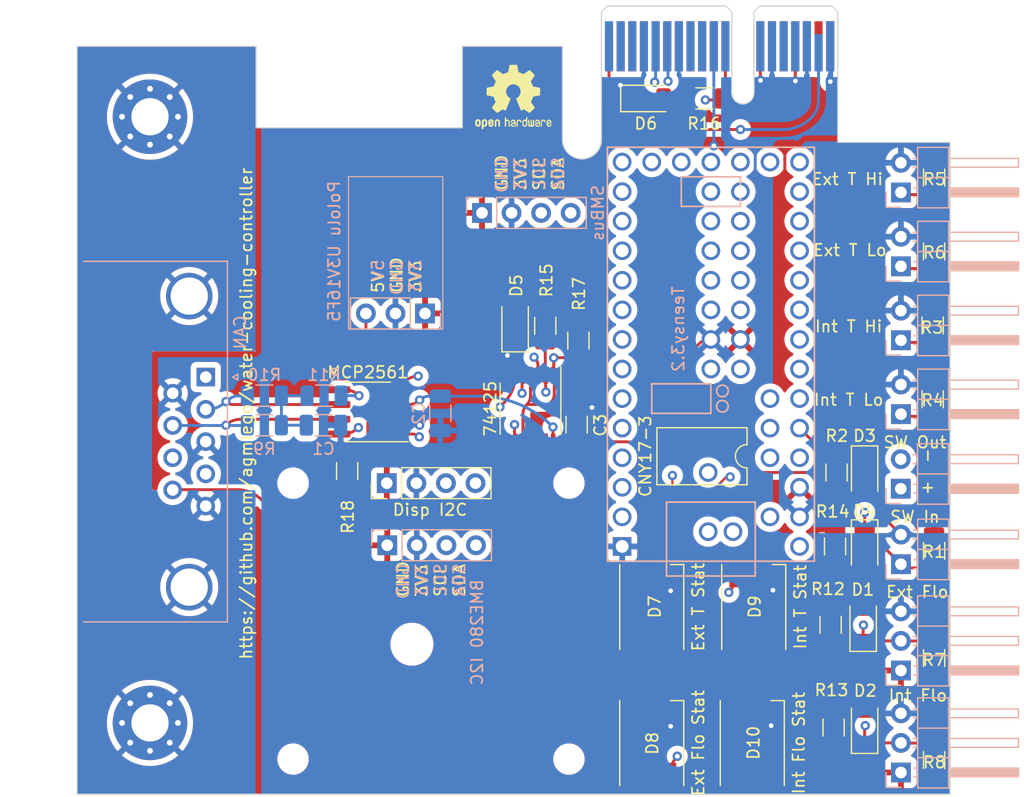
<source format=kicad_pcb>
(kicad_pcb (version 20221018) (generator pcbnew)
  (layers (0 "F.Cu" signal) (1 "In1.Cu" signal) (2 "In2.Cu" signal) (31 "B.Cu" signal) (34 "B.Paste" user) (35 "F.Paste" user) (36 "B.SilkS" user "B.Silkscreen") (37 "F.SilkS" user "F.Silkscreen") (38 "B.Mask" user) (39 "F.Mask" user) (44 "Edge.Cuts" user))
  (net 0 "")
  (net 1 "GND")
  (net 2 "Net-(C1-Pad2)")
  (net 3 "+5V")
  (net 4 "EXT_FLOW")
  (net 5 "Net-(D1-A)")
  (net 6 "INT_FLOW")
  (net 7 "Net-(D2-A)")
  (net 8 "Net-(D3-A)")
  (net 9 "FP_PWR_IN")
  (net 10 "Net-(D4-A)")
  (net 11 "Net-(D5-A)")
  (net 12 "Net-(D6-A)")
  (net 13 "Net-(D7-DOUT)")
  (net 14 "Net-(D7-DIN)")
  (net 15 "Net-(D8-DOUT)")
  (net 16 "Net-(D10-DIN)")
  (net 18 "Earth")
  (net 19 "/#PRSNT")
  (net 26 "#PERST")
  (net 31 "SMCLK")
  (net 32 "SMDAT")
  (net 34 "+3.3V")
  (net 40 "/CAN_L")
  (net 42 "/CAN_H")
  (net 44 "INT_TEMP_HI")
  (net 45 "GNDA")
  (net 46 "INT_TEMP_LO")
  (net 47 "EXT_TEMP_HI")
  (net 48 "EXT_TEMP_LO")
  (net 49 "I2C_SCL")
  (net 50 "I2C_SDA")
  (net 51 "/FP_PWR+")
  (net 52 "/FP_PWR-")
  (net 53 "FP_PWR_OUT")
  (net 54 "Net-(U2-SPLIT)")
  (net 55 "Net-(U1-2)")
  (net 56 "Net-(U1-5_TX1_PWM)")
  (net 57 "/CAN.STDBY")
  (net 74 "Net-(U1-7_RX3_DOUT)")
  (net 75 "/CAN.RX")
  (net 76 "Net-(U1-3_TX_PWM)")
  (net 92 "/CAN.TX")
  (footprint "Resistor_SMD:R_1206_3216Metric" (layer "F.Cu") (at 169.037 99.695 90)
    (fp_text reference "R12")
    (fp_text value "220" hide)
  )
  (footprint "Resistor_SMD:R_1206_3216Metric" (layer "F.Cu") (at 177.927 102.5505 90)
    (fp_text reference "R7")
    (fp_text value "10k" hide)
  )
  (footprint "Resistor_SMD:R_1206_3216Metric" (layer "F.Cu") (at 177.927 111.3175 90)
    (fp_text reference "R8")
    (fp_text value "10k" hide)
  )
  (footprint "LED_SMD:LED_1206_3216Metric" (layer "F.Cu") (at 171.958 86.614 -90)
    (fp_text reference "D3")
    (fp_text value "GREEN" hide)
  )
  (footprint "Package_DIP:SMDIP-6_W7.62mm" (layer "F.Cu") (at 157.988 85.217 -90)
    (fp_text reference "U3" hide)
    (fp_text value "CNY17-3")
  )
  (footprint "Resistor_SMD:R_1206_3216Metric" (layer "F.Cu") (at 177.927 93.345 -90)
    (fp_text reference "R1")
    (fp_text value "10k" hide)
  )
  (footprint "Resistor_SMD:R_1206_3216Metric" (layer "F.Cu") (at 177.8 73.9755 -90)
    (fp_text reference "R3")
    (fp_text value "100k" hide)
  )
  (footprint "Resistor_SMD:R_1206_3216Metric" (layer "F.Cu") (at 147.3708 75.2856 -90)
    (fp_text reference "R17")
    (fp_text value "10k" hide)
  )
  (footprint "LED_SMD:LED_WS2812B_PLCC4_5.0x5.0mm_P3.2mm" (layer "F.Cu") (at 162.433 98.171 90)
    (fp_text reference "D9")
    (fp_text value "Int T Stat")
  )
  (footprint "Package_SO:SOIC-8_3.9x4.9mm_P1.27mm" (layer "F.Cu") (at 129.286 81.407 180)
    (fp_text reference "U2" hide)
    (fp_text value "MCP2561")
  )
  (footprint "MountingHole:MountingHole_2.2mm_M2" (layer "F.Cu") (at 146.5616 111.2284)
    (fp_text reference "H6" hide)
    (fp_text value "OLED" hide)
  )
  (footprint "Resistor_SMD:R_1206_3216Metric" (layer "F.Cu") (at 169.545 86.614 90)
    (fp_text reference "R2")
    (fp_text value "200" hide)
  )
  (footprint "Resistor_SMD:R_1206_3216Metric" (layer "F.Cu") (at 158.1765 54.483 180)
    (fp_text reference "R16")
    (fp_text value "220" hide)
  )
  (footprint "Resistor_SMD:R_1206_3216Metric" (layer "F.Cu") (at 177.927 61.2755 -90)
    (fp_text reference "R5")
    (fp_text value "100k" hide)
  )
  (footprint "Resistor_SMD:R_1206_3216Metric" (layer "F.Cu") (at 177.927 67.6255 -90)
    (fp_text reference "R6")
    (fp_text value "100k" hide)
  )
  (footprint "LED_SMD:LED_1206_3216Metric" (layer "F.Cu") (at 153.289 54.483)
    (fp_text reference "D6")
    (fp_text value "GREEN" hide)
  )
  (footprint "Capacitor_SMD:C_1206_3216Metric" (layer "F.Cu") (at 147.2184 82.4992 90)
    (fp_text reference "C3")
    (fp_text value "0.1uF" hide)
  )
  (footprint "MountingHole:MountingHole_3.2mm_M3_Pad_Via" (layer "F.Cu") (at 110.570944 56.053056)
    (fp_text reference "H1" hide)
    (fp_text value "PCIe Bracket" hide)
  )
  (footprint "Connector_PinHeader_2.54mm:PinHeader_1x04_P2.54mm_Vertical" (layer "F.Cu") (at 130.9116 87.5284 90)
    (fp_text reference "J8" hide)
    (fp_text value "Disp I2C")
  )
  (footprint "Symbol:OSHW-Logo2_7.3x6mm_SilkScreen" (layer "F.Cu") (at 141.7828 54.356)
    (fp_text reference "REF**" hide)
    (fp_text value "OSHW-Logo2_7.3x6mm_SilkScreen" hide)
  )
  (footprint "MountingHole:MountingHole_2.2mm_M2" (layer "F.Cu") (at 146.5616 87.5284)
    (fp_text reference "H4" hide)
    (fp_text value "OLED" hide)
  )
  (footprint "MountingHole:MountingHole_2.2mm_M2" (layer "F.Cu") (at 122.8616 111.2284)
    (fp_text reference "H5" hide)
    (fp_text value "OLED" hide)
  )
  (footprint "MountingHole:MountingHole_2.2mm_M2" (layer "F.Cu") (at 122.8616 87.5284)
    (fp_text reference "H3" hide)
    (fp_text value "OLED" hide)
  )
  (footprint "LED_SMD:LED_WS2812B_PLCC4_5.0x5.0mm_P3.2mm" (layer "F.Cu") (at 153.67 109.855 90)
    (fp_text reference "D8")
    (fp_text value "Ext Flo Stat")
  )
  (footprint "LED_SMD:LED_WS2812B_PLCC4_5.0x5.0mm_P3.2mm" (layer "F.Cu") (at 153.67 98.171 90)
    (fp_text reference "D7")
    (fp_text value "Ext T Stat")
  )
  (footprint "Resistor_SMD:R_1206_3216Metric" (layer "F.Cu") (at 169.291 108.5195 90)
    (fp_text reference "R13")
    (fp_text value "220" hide)
  )
  (footprint "Resistor_SMD:R_1206_3216Metric" (layer "F.Cu") (at 127.508 86.487 90)
    (fp_text reference "R18")
    (fp_text value "10k" hide)
  )
  (footprint "LED_SMD:LED_1206_3216Metric" (layer "F.Cu") (at 171.831 99.695 90)
    (fp_text reference "D1")
    (fp_text value "GREEN" hide)
  )
  (footprint "LED_SMD:LED_1206_3216Metric" (layer "F.Cu") (at 141.9352 73.9648 90)
    (fp_text reference "D5")
    (fp_text value "GREEN" hide)
  )
  (footprint "Package_SO:TSSOP-14_4.4x5mm_P0.65mm" (layer "F.Cu") (at 143.256 81.1276 -90)
    (fp_text reference "U5" hide)
    (fp_text value "74125")
  )
  (footprint "LED_SMD:LED_1206_3216Metric" (layer "F.Cu") (at 171.958 108.458 90)
    (fp_text reference "D2")
    (fp_text value "GREEN" hide)
  )
  (footprint "LED_SMD:LED_1206_3216Metric" (layer "F.Cu") (at 171.958 92.964 -90)
    (fp_text reference "D4")
    (fp_text value "GREEN" hide)
  )
  (footprint "Resistor_SMD:R_1206_3216Metric" (layer "F.Cu") (at 169.418 92.964 -90)
    (fp_text reference "R14")
    (fp_text value "220" hide)
  )
  (footprint "LED_SMD:LED_WS2812B_PLCC4_5.0x5.0mm_P3.2mm" (layer "F.Cu") (at 162.306 109.855 90)
    (fp_text reference "D10")
    (fp_text value "Int Flo Stat")
  )
  (footprint "Resistor_SMD:R_1206_3216Metric" (layer "F.Cu") (at 177.8 80.3255 -90)
    (fp_text reference "R4")
    (fp_text value "100k" hide)
  )
  (footprint "Resistor_SMD:R_1206_3216Metric" (layer "F.Cu") (at 144.526 74.0156 90)
    (fp_text reference "R15")
    (fp_text value "220" hide)
  )
  (footprint "MountingHole:MountingHole_3.2mm_M3" (layer "F.Cu") (at 133.0706 101.3624)
    (fp_text reference "H7" hide)
    (fp_text value "BME280" hide)
  )
  (footprint "MountingHole:MountingHole_3.2mm_M3_Pad_Via" (layer "F.Cu") (at 110.570944 108.123056)
    (fp_text reference "H2" hide)
    (fp_text value "PCIe Bracket" hide)
  )
  (footprint "Connector_PinHeader_2.54mm:PinHeader_1x02_P2.54mm_Horizontal" (layer "B.Cu") (at 175.076 62.5505)
    (fp_text reference "J5" hide)
    (fp_text value "Ext T Hi")
  )
  (footprint "Connector_Dsub:DSUB-9_Female_Horizontal_P2.77x2.84mm_EdgePinOffset7.70mm_Housed_MountingHolesOffset9.12mm" (layer "B.Cu") (at 115.362 78.419 90)
    (fp_text reference "J2" hide)
    (fp_text value "CAN")
  )
  (footprint "Connector_PinHeader_2.54mm:PinHeader_1x02_P2.54mm_Horizontal" (layer "B.Cu") (at 175.076 94.488)
    (fp_text reference "J11" hide)
    (fp_text value "SW In")
  )
  (footprint "Resistor_SMD:R_1206_3216Metric" (layer "B.Cu") (at 120.396 80.01 180)
    (fp_text reference "R10")
    (fp_text value "60" hide)
  )
  (footprint "Connector_PinHeader_2.54mm:PinHeader_1x03_P2.54mm_Horizontal" (layer "B.Cu") (at 175.076 112.38)
    (fp_text reference "J9" hide)
    (fp_text value "Int Flo")
  )
  (footprint "Connector_PinHeader_2.54mm:PinHeader_1x02_P2.54mm_Horizontal" (layer "B.Cu") (at 175.063 88.006)
    (fp_text reference "J12" hide)
    (fp_text value "SW Out")
  )
  (footprint "Connector_PinHeader_2.54mm:PinHeader_1x03_P2.54mm_Vertical" (layer "B.Cu") (at 134.1986 72.9488 90)
    (fp_text reference "U4" hide)
    (fp_text value "Pololu U3V16F5")
  )
  (footprint "Capacitor_SMD:C_1206_3216Metric" (layer "B.Cu") (at 135.509 81.534 -90)
    (fp_text reference "C2")
    (fp_text value "0.1uF")
  )
  (footprint "Connector_PinHeader_2.54mm:PinHeader_1x04_P2.54mm_Vertical" (layer "B.Cu") (at 139.0904 64.3128 -90)
    (fp_text reference "J13" hide)
    (fp_text value "SMBus")
  )
  (footprint "Connector_PinHeader_2.54mm:PinHeader_1x03_P2.54mm_Horizontal" (layer "B.Cu") (at 175.076 103.617)
    (fp_text reference "J10" hide)
    (fp_text value "Ext Flo")
  )
  (footprint "Connector_PinHeader_2.54mm:PinHeader_1x02_P2.54mm_Horizontal" (layer "B.Cu") (at 175.076 81.6005)
    (fp_text reference "J4" hide)
    (fp_text value "Int T Lo")
  )
  (footprint "Capacitor_SMD:C_1206_3216Metric" (layer "B.Cu") (at 125.476 82.55 180)
    (fp_text reference "C1")
    (fp_text value "4700pF" hide)
  )
  (footprint "Connector_PinHeader_2.54mm:PinHeader_1x04_P2.54mm_Vertical" (layer "B.Cu") (at 130.9506 92.8624 -90)
    (fp_text reference "J7" hide)
    (fp_text value "BME280 I2C")
  )
  (footprint "Resistor_SMD:R_1206_3216Metric" (layer "B.Cu") (at 125.524214 80.01)
    (fp_text reference "R11")
    (fp_text value "300" hide)
  )
  (footprint "Connector_PinHeader_2.54mm:PinHeader_1x02_P2.54mm_Horizontal" (layer "B.Cu") (at 175.076 68.9005)
    (fp_text reference "J6" hide)
    (fp_text value "Ext T Lo")
  )
  (footprint "Resistor_SMD:R_1206_3216Metric" (layer "B.Cu") (at 120.396 82.55)
    (fp_text reference "R9")
    (fp_text value "60" hide)
  )
  (footprint "Connector_PCBEdge:BUS_PCIexpress_x1" (layer "B.Cu") (at 150 50)
    (fp_text reference "J1" hide)
    (fp_text value "Bus_PCI_Express_x1" hide)
    (fp_line (start -0.65 -2.95) (end -0.15 -3.45) (stroke (width 0.1)) (layer "Edge.Cuts"))
    (fp_line (start -0.65 4.95) (end -0.65 -2.95) (stroke (width 0.1)) (layer "Edge.Cuts"))
    (fp_line (start -0.15 -3.45) (end 10.05 -3.45) (stroke (width 0.1)) (layer "Edge.Cuts"))
    (fp_line (start 10.55 -2.95) (end 10.05 -3.45) (stroke (width 0.1)) (layer "Edge.Cuts"))
    (fp_line (start 10.55 4) (end 10.55 -2.95) (stroke (width 0.1)) (layer "Edge.Cuts"))
    (fp_line (start 12.45 -2.95) (end 12.95 -3.45) (stroke (width 0.1)) (layer "Edge.Cuts"))
    (fp_line (start 12.45 4) (end 12.45 -2.95) (stroke (width 0.1)) (layer "Edge.Cuts"))
    (fp_line (start 12.95 -3.45) (end 19.15 -3.45) (stroke (width 0.1)) (layer "Edge.Cuts"))
    (fp_line (start 19.65 -2.95) (end 19.15 -3.45) (stroke (width 0.1)) (layer "Edge.Cuts"))
    (fp_line (start 19.65 4.95) (end 19.65 -2.95) (stroke (width 0.1)) (layer "Edge.Cuts"))
    (fp_arc (start 12.45 4) (mid 11.5 4.95) (end 10.55 4) (stroke (width 0.1)) (layer "Edge.Cuts"))
  )
  (footprint "teensy:Teensy30_31_32_All_Pins" (layer "B.Cu") (at 158.75 76.454 90)
    (fp_text reference "U1" hide)
    (fp_text value "Teensy3.2")
  )
  (footprint "Connector_PinHeader_2.54mm:PinHeader_1x02_P2.54mm_Horizontal" (layer "B.Cu") (at 175.076 75.2505)
    (fp_text reference "J3" hide)
    (fp_text value "Int T Hi")
  )
  (gr_rect (start 127.6236 74.2973) (end 135.7236 61.1973) (stroke (width 0.1)) (fill none) (layer "B.SilkS"))
  (gr_line (start 119.7 50) (end 119.7 57) (stroke (width 0.1)) (layer "Edge.Cuts"))
  (gr_line (start 104.3 50) (end 119.7 50) (stroke (width 0.1)) (layer "Edge.Cuts"))
  (gr_line (start 169.65 54.95) (end 169.65 58.25) (stroke (width 0.1)) (layer "Edge.Cuts"))
  (gr_line (start 137.4 57) (end 119.7 57) (stroke (width 0.1)) (layer "Edge.Cuts"))
  (gr_line (start 179.3 114.25) (end 179.3 58.25) (stroke (width 0.1)) (layer "Edge.Cuts"))
  (gr_line (start 146 50) (end 146 58) (stroke (width 0.1)) (layer "Edge.Cuts"))
  (gr_line (start 104.3 114.25) (end 179.3 114.25) (stroke (width 0.1)) (layer "Edge.Cuts"))
  (gr_arc (start 149.352 58) (mid 147.676 59.676) (end 146 58) (stroke (width 0.1)) (layer "Edge.Cuts"))
  (gr_line (start 149.352 58) (end 149.352 54.95) (stroke (width 0.1)) (layer "Edge.Cuts"))
  (gr_line (start 137.4 57) (end 137.4 50) (stroke (width 0.1)) (layer "Edge.Cuts"))
  (gr_line (start 104.3 50) (end 104.3 114.25) (stroke (width 0.1)) (layer "Edge.Cuts"))
  (gr_line (start 137.4 50) (end 146 50) (stroke (width 0.1)) (layer "Edge.Cuts"))
  (gr_line (start 179.3 58.25) (end 169.65 58.25) (stroke (width 0.1)) (layer "Edge.Cuts"))
  (gr_text "GND\n3V3\nSCL\nSDA" (at 146.2024 59.436 90) (layer "B.SilkS") (effects (font (size 1 1)) (justify left bottom mirror)))
  (gr_text "5V\nGND\n3V3" (at 133.9596 68.2244 90) (layer "B.SilkS") (effects (font (size 1 1)) (justify left bottom mirror)))
  (gr_text "GND\n3V3\nSCL\nSDA" (at 137.7188 94.3356 90) (layer "B.SilkS") (effects (font (size 1 1)) (justify left bottom mirror)))
  (gr_text "GND\n3V3\nSCL\nSDA" (at 137.7188 97.3836 90) (layer "F.SilkS") (effects (font (size 1 1)) (justify left bottom)))
  (gr_text "5V\nGND\n3V3" (at 133.9596 71.2724 90) (layer "F.SilkS") (effects (font (size 1 1)) (justify left bottom)))
  (gr_text "https://github.com/agmlego/water-cooling-controller" (at 119.4308 102.7684 90) (layer "F.SilkS") (effects (font (size 1 1)) (justify left bottom)))
  (gr_text "+  -" (at 177.9016 88.646 90) (layer "F.SilkS") (effects (font (size 1 1)) (justify left bottom)))
  (gr_text "GND\n3V3\nSCL\nSDA" (at 146.2024 62.484 90) (layer "F.SilkS") (effects (font (size 1 1)) (justify left bottom)))
  (segment (start 147.2184 81.0242) (end 148.534855 81.0242) (width 0.25) (layer "F.Cu") (net 1))
  (segment (start 175.076 91.948) (end 173.971318 90.843318) (width 0.25) (layer "F.Cu") (net 1))
  (segment (start 169 50) (end 169 53.007196) (width 0.25) (layer "F.Cu") (net 1))
  (segment (start 164.083 95.721) (end 164.083 96.720786) (width 0.25) (layer "F.Cu") (net 1))
  (segment (start 155.32 107.405) (end 155.32 108.348294) (width 0.25) (layer "F.Cu") (net 1))
  (segment (start 166 50) (end 166 52.949636) (width 0.25) (layer "F.Cu") (net 1))
  (segment (start 131.761 82.042) (end 132.50458 82.042) (width 0.25) (layer "F.Cu") (net 1))
  (segment (start 173.482 89.662) (end 173.482 87.385025) (width 0.25) (layer "F.Cu") (net 1))
  (segment (start 141.560151 76.27025) (end 141.2748 76.5556) (width 0.25) (layer "F.Cu") (net 1))
  (segment (start 158.75 75.184) (end 158.653815 75.184) (width 0.25) (layer "F.Cu") (net 1))
  (segment (start 163.956 107.405) (end 163.956 108.297494) (width 0.25) (layer "F.Cu") (net 1))
  (segment (start 157.226 76.79142) (end 157.226 79.56737) (width 0.25) (layer "F.Cu") (net 1))
  (segment (start 155.32 95.721) (end 155.32 96.715094) (width 0.25) (layer "F.Cu") (net 1))
  (segment (start 151.725234 54.087634) (end 150.9776 53.34) (width 0.25) (layer "F.Cu") (net 1))
  (segment (start 172.847 85.852) (end 172.386484 85.391484) (width 0.25) (layer "F.Cu") (net 1))
  (segment (start 141.306 78.2651) (end 141.306 76.630923) (width 0.25) (layer "F.Cu") (net 1))
  (segment (start 163 50) (end 163 52.892076) (width 0.25) (layer "F.Cu") (net 1))
  (segment (start 153 50) (end 153 51.800809) (width 0.25) (layer "F.Cu") (net 1))
  (via (at 155.2956 96.774) (size 0.8) (drill 0.4) (layers "F.Cu" "B.Cu") (net 1))
  (via (at 141.2748 76.5556) (size 0.8) (drill 0.4) (layers "F.Cu" "B.Cu") (net 1))
  (via (at 163.9316 108.3564) (size 0.8) (drill 0.4) (layers "F.Cu" "B.Cu") (net 1))
  (via (at 148.5392 81.026) (size 0.8) (drill 0.4) (layers "F.Cu" "B.Cu") (net 1))
  (via (at 166.0144 52.9844) (size 0.8) (drill 0.4) (layers "F.Cu" "B.Cu") (net 1))
  (via (at 150.9776 53.34) (size 0.8) (drill 0.4) (layers "F.Cu" "B.Cu") (net 1))
  (via (at 169.0116 53.0352) (size 0.8) (drill 0.4) (layers "F.Cu" "B.Cu") (net 1))
  (via (at 155.2956 108.4072) (size 0.8) (drill 0.4) (layers "F.Cu" "B.Cu") (net 1))
  (via (at 133.731 82.55) (size 0.8) (drill 0.4) (layers "F.Cu" "B.Cu") (net 1))
  (via (at 163.0172 52.9336) (size 0.8) (drill 0.4) (layers "F.Cu" "B.Cu") (net 1))
  (via (at 164.084 96.7232) (size 0.8) (drill 0.4) (layers "F.Cu" "B.Cu") (net 1))
  (arc (start 141.306 76.630923) (mid 141.297891 76.590158) (end 141.2748 76.5556) (width 0.25) (layer "F.Cu") (net 1))
  (arc (start 173.482 87.385025) (mid 173.316969 86.555358) (end 172.847 85.852) (width 0.25) (layer "F.Cu") (net 1))
  (arc (start 169 53.007196) (mid 169.003014 53.022351) (end 169.0116 53.0352) (width 0.25) (layer "F.Cu") (net 1))
  (arc (start 166 52.949636) (mid 166.003742 52.96845) (end 166.0144 52.9844) (width 0.25) (layer "F.Cu") (net 1))
  (arc (start 155.32 96.715094) (mid 155.313658 96.746973) (end 155.2956 96.774) (width 0.25) (layer "F.Cu") (net 1))
  (arc (start 155.32 108.348294) (mid 155.313658 108.380173) (end 155.2956 108.4072) (width 0.25) (layer "F.Cu") (net 1))
  (arc (start 172.386484 85.391484) (mid 172.189894 85.260126) (end 171.958 85.214) (width 0.25) (layer "F.Cu") (net 1))
  (arc (start 132.50458 82.042) (mid 133.168313 82.174025) (end 133.731 82.55) (width 0.25) (layer "F.Cu") (net 1))
  (arc (start 163.956 108.297494) (mid 163.949658 108.329373) (end 163.9316 108.3564) (width 0.25) (layer "F.Cu") (net 1))
  (arc (start 153 51.800809) (mid 152.711261 53.2524) (end 151.889 54.483) (width 0.25) (layer "F.Cu") (net 1))
  (arc (start 158.653815 75.184) (mid 158.156015 75.283018) (end 157.734 75.565) (width 0.25) (layer "F.Cu") (net 1))
  (arc (start 157.226 79.56737) (mid 157.424037 80.56297) (end 157.988 81.407) (width 0.25) (layer "F.Cu") (net 1))
  (arc (start 173.971318 90.843318) (mid 173.60917 90.301325) (end 173.482 89.662) (width 0.25) (layer "F.Cu") (net 1))
  (arc (start 141.9352 75.3648) (mid 141.837728 75.854826) (end 141.560151 76.27025) (width 0.25) (layer "F.Cu") (net 1))
  (arc (start 151.889 54.483) (mid 151.846439 54.269029) (end 151.725234 54.087634) (width 0.25) (layer "F.Cu") (net 1))
  (arc (start 163 52.892076) (mid 163.00447 52.914548) (end 163.0172 52.9336) (width 0.25) (layer "F.Cu") (net 1))
  (arc (start 157.734 75.565) (mid 157.358025 76.127686) (end 157.226 76.79142) (width 0.25) (layer "F.Cu") (net 1))
  (arc (start 148.534855 81.0242) (mid 148.537207 81.024668) (end 148.5392 81.026) (width 0.25) (layer "F.Cu") (net 1))
  (arc (start 164.083 96.720786) (mid 164.083259 96.722092) (end 164.084 96.7232) (width 0.25) (layer "F.Cu") (net 1))
  (segment (start 162.56 58.8264) (end 162.56 61.2648) (width 0.25) (layer "B.Cu") (net 1))
  (segment (start 166.6748 57.5056) (end 166.2684 57.912) (width 0.25) (layer "B.Cu") (net 1))
  (segment (start 166.2684 57.912) (end 164.4904 57.912) (width 0.25) (layer "B.Cu") (net 1))
  (segment (start 121.8585 82.55) (end 124.001 82.55) (width 0.25) (layer "B.Cu") (net 2))
  (segment (start 121.8585 82.55) (end 121.8585 80.01) (width 0.25) (layer "B.Cu") (net 2))
  (segment (start 121.8585 80.01) (end 124.061714 80.01) (width 0.25) (layer "B.Cu") (net 2))
  (segment (start 118.057086 88.0872) (end 112.5867 88.0872) (width 0.25) (layer "F.Cu") (net 3))
  (segment (start 157.8864 109.8804) (end 157.8864 98.8568) (width 0.25) (layer "F.Cu") (net 3))
  (segment (start 152.7048 99.314) (end 152.459962 99.558838) (width 0.25) (layer "F.Cu") (net 3))
  (segment (start 129.1186 72.9488) (end 129.1186 78.032557) (width 0.25) (layer "F.Cu") (net 3))
  (segment (start 160.656 112.305) (end 160.656 111.932555) (width 0.25) (layer "F.Cu") (net 3))
  (segment (start 129.8956 79.9084) (end 130.05082 80.06362) (width 0.25) (layer "F.Cu") (net 3))
  (segment (start 128.133659 87.9495) (end 127.508 87.9495) (width 0.25) (layer "F.Cu") (net 3))
  (segment (start 129.286 82.423) (end 129.286 86.710185) (width 0.25) (layer "F.Cu") (net 3))
  (segment (start 126.528975 88.355026) (end 126.4412 88.4428) (width 0.25) (layer "F.Cu") (net 3))
  (segment (start 131.761 80.772) (end 131.02042 80.772) (width 0.25) (layer "F.Cu") (net 3))
  (segment (start 126.4412 88.4428) (end 125.675152 89.208848) (width 0.25) (layer "F.Cu") (net 3))
  (segment (start 160.1216 110.6424) (end 160.006179 110.526979) (width 0.25) (layer "F.Cu") (net 3))
  (segment (start 158.89518 98.8568) (end 157.8864 98.8568) (width 0.25) (layer "F.Cu") (net 3))
  (segment (start 153.924 98.8568) (end 153.808578 98.8568) (width 0.25) (layer "F.Cu") (net 3))
  (segment (start 151.407273 83.9742) (end 147.2184 83.9742) (width 0.25) (layer "F.Cu") (net 3))
  (segment (start 129.794 81.28) (end 129.735013 81.338987) (width 0.25) (layer "F.Cu") (net 3))
  (segment (start 160.362413 99.605613) (end 160.1216 99.3648) (width 0.25) (layer "F.Cu") (net 3))
  (segment (start 153.924 98.8568) (end 153.924 86.134262) (width 0.25) (layer "F.Cu") (net 3))
  (segment (start 131.761 80.772) (end 132.811185 80.772) (width 0.25) (layer "F.Cu") (net 3))
  (segment (start 157.8864 98.8568) (end 153.924 98.8568) (width 0.25) (layer "F.Cu") (net 3))
  (segment (start 120.471891 89.28069) (end 120.142 88.9508) (width 0.25) (layer "F.Cu") (net 3))
  (segment (start 145.1864 82.7024) (end 145.1864 83.942782) (width 0.25) (layer "F.Cu") (net 3))
  (segment (start 158.4452 109.8804) (end 157.8864 109.8804) (width 0.25) (layer "F.Cu") (net 3))
  (segment (start 157.8864 109.8804) (end 154.053862 109.8804) (width 0.25) (layer "F.Cu") (net 3))
  (segment (start 152.02 112.092453) (end 152.02 112.305) (width 0.25) (layer "F.Cu") (net 3))
  (segment (start 147.2184 83.9742) (end 145.244385 83.9742) (width 0.25) (layer "F.Cu") (net 3))
  (via (at 145.1864 82.7024) (size 0.8) (drill 0.4) (layers "F.Cu" "B.Cu") (net 3))
  (via (at 133.731 80.391) (size 0.8) (drill 0.4) (layers "F.Cu" "B.Cu") (net 3))
  (arc (start 122.9868 90.3224) (mid 121.625741 90.051668) (end 120.471891 89.28069) (width 0.25) (layer "F.Cu") (net 3))
  (arc (start 112.5867 88.0872) (mid 112.551685 88.094165) (end 112.522 88.114) (width 0.25) (layer "F.Cu") (net 3))
  (arc (start 128.905 87.63) (mid 128.551106 87.866464) (end 128.133659 87.9495) (width 0.25) (layer "F.Cu") (net 3))
  (arc (start 125.675152 89.208848) (mid 124.441726 90.032997) (end 122.9868 90.3224) (width 0.25) (layer "F.Cu") (net 3))
  (arc (start 127.508 87.9495) (mid 126.978155 88.054893) (end 126.528975 88.355026) (width 0.25) (layer "F.Cu") (net 3))
  (arc (start 153.808578 98.8568) (mid 153.211218 98.975622) (end 152.7048 99.314) (width 0.25) (layer "F.Cu") (net 3))
  (arc (start 145.244385 83.9742) (mid 145.223612 83.978332) (end 145.206 83.9901) (width 0.25) (layer "F.Cu") (net 3))
  (arc (start 160.006179 110.526979) (mid 159.289997 110.04844) (end 158.4452 109.8804) (width 0.25) (layer "F.Cu") (net 3))
  (arc (start 129.286 86.710185) (mid 129.186981 87.207985) (end 128.905 87.63) (width 0.25) (layer "F.Cu") (net 3))
  (arc (start 160.783 100.621) (mid 160.673693 100.071477) (end 160.362413 99.605613) (width 0.25) (layer "F.Cu") (net 3))
  (arc (start 152.7048 110.4392) (mid 152.197974 111.197719) (end 152.02 112.092453) (width 0.25) (layer "F.Cu") (net 3))
  (arc (start 129.735013 81.338987) (mid 129.402695 81.836336) (end 129.286 82.423) (width 0.25) (layer "F.Cu") (net 3))
  (arc (start 145.1864 83.942782) (mid 145.191494 83.96839) (end 145.206 83.9901) (width 0.25) (layer "F.Cu") (net 3))
  (arc (start 160.1216 99.3648) (mid 159.558914 98.988825) (end 158.89518 98.8568) (width 0.25) (layer "F.Cu") (net 3))
  (arc (start 153.924 86.134262) (mid 153.778773 85.404155) (end 153.3652 84.7852) (width 0.25) (layer "F.Cu") (net 3))
  (arc (start 132.811185 80.772) (mid 133.308985 80.672982) (end 133.731 80.391) (width 0.25) (layer "F.Cu") (net 3))
  (arc (start 130.05082 80.06362) (mid 130.835457 80.587898) (end 131.761 80.772) (width 0.25) (layer "F.Cu") (net 3))
  (arc (start 131.02042 80.772) (mid 130.356687 80.904024) (end 129.794 81.28) (width 0.25) (layer "F.Cu") (net 3))
  (arc (start 154.053862 109.8804) (mid 153.323755 110.025627) (end 152.7048 110.4392) (width 0.25) (layer "F.Cu") (net 3))
  (arc (start 160.656 111.932555) (mid 160.517115 111.234329) (end 160.1216 110.6424) (width 0.25) (layer "F.Cu") (net 3))
  (arc (start 153.3652 84.7852) (mid 152.466896 84.184972) (end 151.407273 83.9742) (width 0.25) (layer "F.Cu") (net 3))
  (arc (start 152.459962 99.558838) (mid 152.134342 100.046161) (end 152.02 100.621) (width 0.25) (layer "F.Cu") (net 3))
  (arc (start 129.1186 78.032557) (mid 129.320535 79.047755) (end 129.8956 79.9084) (width 0.25) (layer "F.Cu") (net 3))
  (arc (start 120.142 88.9508) (mid 119.185434 88.311642) (end 118.057086 88.0872) (width 0.25) (layer "F.Cu") (net 3))
  (segment (start 135.509 80.059) (end 134.532518 80.059) (width 0.25) (layer "B.Cu") (net 3))
  (segment (start 135.509 80.059) (end 138.804668 80.059) (width 0.25) (layer "B.Cu") (net 3))
  (arc (start 138.804668 80.059) (mid 142.258436 80.745997) (end 145.1864 82.7024) (width 0.25) (layer "B.Cu") (net 3))
  (arc (start 134.532518 80.059) (mid 134.09874 80.145284) (end 133.731 80.391) (width 0.25) (layer "B.Cu") (net 3))
  (segment (start 171.831 101.095) (end 171.831 99.781721) (width 0.25) (layer "F.Cu") (net 4))
  (segment (start 177.927 101.088) (end 175.102556 101.088) (width 0.25) (layer "F.Cu") (net 4))
  (segment (start 175.076 101.077) (end 171.874455 101.077) (width 0.25) (layer "F.Cu") (net 4))
  (via (at 171.8564 99.7204) (size 0.8) (drill 0.4) (layers "F.Cu" "B.Cu") (net 4))
  (arc (start 171.831 99.781721) (mid 171.837601 99.748535) (end 171.8564 99.7204) (width 0.25) (layer "F.Cu") (net 4))
  (arc (start 171.874455 101.077) (mid 171.850938 101.081678) (end 171.831 101.095) (width 0.25) (layer "F.Cu") (net 4))
  (arc (start 175.102556 101.088) (mid 175.088184 101.085141) (end 175.076 101.077) (width 0.25) (layer "F.Cu") (net 4))
  (segment (start 171.831 98.295) (end 169.187888 98.295) (width 0.25) (layer "F.Cu") (net 5))
  (arc (start 169.187888 98.295) (mid 169.106228 98.278757) (end 169.037 98.2325) (width 0.25) (layer "F.Cu") (net 5))
  (segment (start 171.958 109.858) (end 171.958 108.479042) (width 0.25) (layer "F.Cu") (net 6))
  (segment (start 177.927 109.855) (end 175.112213 109.855) (width 0.25) (layer "F.Cu") (net 6))
  (segment (start 175.076 109.84) (end 172.001455 109.84) (width 0.25) (layer "F.Cu") (net 6))
  (via (at 172.0088 108.3564) (size 0.8) (drill 0.4) (layers "F.Cu" "B.Cu") (net 6))
  (arc (start 171.958 108.479042) (mid 171.971202 108.412669) (end 172.0088 108.3564) (width 0.25) (layer "F.Cu") (net 6))
  (arc (start 175.112213 109.855) (mid 175.092615 109.851102) (end 175.076 109.84) (width 0.25) (layer "F.Cu") (net 6))
  (arc (start 172.001455 109.84) (mid 171.977938 109.844678) (end 171.958 109.858) (width 0.25) (layer "F.Cu") (net 6))
  (segment (start 171.958 107.058) (end 169.293414 107.058) (width 0.25) (layer "F.Cu") (net 7))
  (arc (start 169.293414 107.058) (mid 169.292108 107.057741) (end 169.291 107.057) (width 0.25) (layer "F.Cu") (net 7))
  (segment (start 160.528 81.407) (end 160.528 85.186185) (width 0.25) (layer "F.Cu") (net 8))
  (segment (start 162.13542 86.614) (end 166.878 86.614) (width 0.25) (layer "F.Cu") (net 8))
  (segment (start 168.93421 87.46571) (end 169.545 88.0765) (width 0.25) (layer "F.Cu") (net 8))
  (segment (start 171.958 88.014) (end 169.695888 88.014) (width 0.25) (layer "F.Cu") (net 8))
  (arc (start 166.878 86.614) (mid 167.990813 86.835352) (end 168.93421 87.46571) (width 0.25) (layer "F.Cu") (net 8))
  (arc (start 160.909 86.106) (mid 161.471687 86.481975) (end 162.13542 86.614) (width 0.25) (layer "F.Cu") (net 8))
  (arc (start 169.695888 88.014) (mid 169.614228 88.030243) (end 169.545 88.0765) (width 0.25) (layer "F.Cu") (net 8))
  (arc (start 160.528 85.186185) (mid 160.627019 85.683986) (end 160.909 86.106) (width 0.25) (layer "F.Cu") (net 8))
  (segment (start 175.076 94.488) (end 172.289179 91.701179) (width 0.25) (layer "F.Cu") (net 9))
  (segment (start 171.958 91.564) (end 171.958 90.043) (width 0.25) (layer "F.Cu") (net 9))
  (segment (start 177.927 94.8075) (end 175.847341 94.8075) (width 0.25) (layer "F.Cu") (net 9))
  (via (at 171.958 90.043) (size 0.8) (drill 0.4) (layers "F.Cu" "B.Cu") (net 9))
  (arc (start 175.847341 94.8075) (mid 175.429895 94.724465) (end 175.076 94.488) (width 0.25) (layer "F.Cu") (net 9))
  (arc (start 172.289179 91.701179) (mid 172.137234 91.599652) (end 171.958 91.564) (width 0.25) (layer "F.Cu") (net 9))
  (segment (start 171.958 94.364) (end 169.568888 94.364) (width 0.25) (layer "F.Cu") (net 10))
  (arc (start 169.568888 94.364) (mid 169.487228 94.380243) (end 169.418 94.4265) (width 0.25) (layer "F.Cu") (net 10))
  (segment (start 144.526 72.5531) (end 141.963446 72.5531) (width 0.25) (layer "F.Cu") (net 11))
  (arc (start 141.963446 72.5531) (mid 141.94816 72.55614) (end 141.9352 72.5648) (width 0.25) (layer "F.Cu") (net 11))
  (segment (start 154.689 54.483) (end 156.714 54.483) (width 0.25) (layer "F.Cu") (net 12))
  (segment (start 153.8224 103.7336) (end 153.341583 104.214417) (width 0.25) (layer "F.Cu") (net 13))
  (segment (start 154.178023 103.377978) (end 153.8224 103.7336) (width 0.25) (layer "F.Cu") (net 13))
  (arc (start 153.341583 104.214417) (mid 152.363468 105.678269) (end 152.02 107.405) (width 0.25) (layer "F.Cu") (net 13))
  (arc (start 155.32 100.621) (mid 155.02321 102.113065) (end 154.178023 103.377978) (width 0.25) (layer "F.Cu") (net 13))
  (segment (start 152.02 95.721) (end 144.384378 95.721) (width 0.25) (layer "F.Cu") (net 14))
  (segment (start 142.394954 94.896953) (end 142.1892 94.6912) (width 0.25) (layer "F.Cu") (net 14))
  (segment (start 141.224 92.361002) (end 141.224 84.188065) (width 0.25) (layer "F.Cu") (net 14))
  (arc (start 141.224 84.188065) (mid 141.245311 84.080928) (end 141.306 83.9901) (width 0.25) (layer "F.Cu") (net 14))
  (arc (start 142.1892 94.6912) (mid 141.474848 93.622096) (end 141.224 92.361002) (width 0.25) (layer "F.Cu") (net 14))
  (arc (start 144.384378 95.721) (mid 143.307709 95.506837) (end 142.394954 94.896953) (width 0.25) (layer "F.Cu") (net 14))
  (via (at 160.290571 96.909829) (size 0.8) (drill 0.4) (layers "F.Cu" "B.Cu") (net 15))
  (via (at 155.866311 110.98609) (size 0.8) (drill 0.4) (layers "F.Cu" "B.Cu") (net 15))
  (arc (start 160.290571 96.909829) (mid 160.655022 96.36439) (end 160.783 95.721) (width 0.25) (layer "F.Cu") (net 15))
  (arc (start 155.32 112.305) (mid 155.461981 111.591211) (end 155.866311 110.98609) (width 0.25) (layer "F.Cu") (net 15))
  (segment (start 162.923062 103.421338) (end 161.86982 104.47458) (width 0.25) (layer "F.Cu") (net 16))
  (arc (start 161.86982 104.47458) (mid 160.971461 105.819068) (end 160.656 107.405) (width 0.25) (layer "F.Cu") (net 16))
  (arc (start 164.083 100.621) (mid 163.781542 102.136532) (end 162.923062 103.421338) (width 0.25) (layer "F.Cu") (net 16))
  (segment (start 150 50.55) (end 150 54.88636) (width 0.25) (layer "F.Cu") (net 19))
  (segment (start 152.46163 57.15) (end 161.29 57.15) (width 0.25) (layer "F.Cu") (net 19))
  (via (at 161.29 57.15) (size 0.8) (drill 0.4) (layers "F.Cu" "B.Cu") (net 19))
  (arc (start 150.622 56.388) (mid 151.466029 56.951963) (end 152.46163 57.15) (width 0.25) (layer "F.Cu") (net 19))
  (arc (start 150 54.88636) (mid 150.161652 55.699042) (end 150.622 56.388) (width 0.25) (layer "F.Cu") (net 19))
  (segment (start 164.93316 57.15) (end 161.29 57.15) (width 0.25) (layer "B.Cu") (net 19))
  (segment (start 168 50.55) (end 168 54.651673) (width 0.25) (layer "B.Cu") (net 19))
  (arc (start 168 54.651673) (mid 167.840427 55.453902) (end 167.386 56.134) (width 0.25) (layer "B.Cu") (net 19))
  (arc (start 167.386 56.134) (mid 166.260627 56.88595) (end 164.93316 57.15) (width 0.25) (layer "B.Cu") (net 19))
  (segment (start 160 50) (end 160 53.611469) (width 0.25) (layer "F.Cu") (net 26))
  (segment (start 158.2795 54.61) (end 159.332395 54.61) (width 0.25) (layer "F.Cu") (net 26))
  (via (at 158.2795 54.61) (size 0.8) (drill 0.4) (layers "F.Cu" "B.Cu") (net 26))
  (arc (start 160 53.611469) (mid 159.906179 54.083138) (end 159.639 54.483) (width 0.25) (layer "F.Cu") (net 26))
  (arc (start 159.332395 54.61) (mid 159.498328 54.576994) (end 159.639 54.483) (width 0.25) (layer "F.Cu") (net 26))
  (via (at 153.924 53.086) (size 0.8) (drill 0.4) (layers "F.Cu" "B.Cu") (net 31))
  (segment (start 154 50) (end 154 52.90252) (width 0.25) (layer "B.Cu") (net 31))
  (arc (start 154 52.90252) (mid 153.980248 53.001818) (end 153.924 53.086) (width 0.25) (layer "B.Cu") (net 31))
  (via (at 155.067301 53.008506) (size 0.8) (drill 0.4) (layers "F.Cu" "B.Cu") (net 32))
  (segment (start 155.067301 53.008506) (end 155.067301 50.162478) (width 0.25) (layer "B.Cu") (net 32))
  (arc (start 155.067301 50.162478) (mid 155.04981 50.074546) (end 155 50) (width 0.25) (layer "B.Cu") (net 32))
  (segment (start 143.906 83.9901) (end 143.906 82.524307) (width 0.25) (layer "F.Cu") (net 34))
  (segment (start 165.1 58.166) (end 165.1 61.6204) (width 0.25) (layer "F.Cu") (net 34))
  (segment (start 143.906 83.9901) (end 143.906 85.449666) (width 0.25) (layer "F.Cu") (net 34))
  (via (at 159.004 58.547) (size 0.8) (drill 0.4) (layers "F.Cu" "B.Cu") (net 34))
  (arc (start 143.906 82.524307) (mid 143.908703 82.51072) (end 143.9164 82.4992) (width 0.25) (layer "F.Cu") (net 34))
  (arc (start 143.906 85.449666) (mid 143.8955 85.502451) (end 143.8656 85.5472) (width 0.25) (layer "F.Cu") (net 34))
  (segment (start 159.004 58.547) (end 159.004 50.009656) (width 0.25) (layer "B.Cu") (net 34))
  (arc (start 159.004 50.009656) (mid 159.002965 50.00443) (end 159 50) (width 0.25) (layer "B.Cu") (net 34))
  (segment (start 126.811 80.772) (end 117.70721 80.772) (width 0.25) (layer "F.Cu") (net 40))
  (via (at 117.094 80.518) (size 0.8) (drill 0.4) (layers "F.Cu" "B.Cu") (net 40))
  (arc (start 117.70721 80.772) (mid 117.375344 80.705987) (end 117.094 80.518) (width 0.25) (layer "F.Cu") (net 40))
  (segment (start 115.362 81.189) (end 115.474063 81.189) (width 0.25) (layer "B.Cu") (net 40))
  (segment (start 118.32042 80.01) (end 118.9335 80.01) (width 0.25) (layer "B.Cu") (net 40))
  (arc (start 115.474063 81.189) (mid 116.350766 81.014613) (end 117.094 80.518) (width 0.25) (layer "B.Cu") (net 40))
  (arc (start 117.094 80.518) (mid 117.656686 80.142025) (end 118.32042 80.01) (width 0.25) (layer "B.Cu") (net 40))
  (segment (start 126.811 82.042) (end 118.32042 82.042) (width 0.25) (layer "F.Cu") (net 42))
  (via (at 117.094 82.55) (size 0.8) (drill 0.4) (layers "F.Cu" "B.Cu") (net 42))
  (arc (start 118.32042 82.042) (mid 117.656687 82.174024) (end 117.094 82.55) (width 0.25) (layer "F.Cu") (net 42))
  (segment (start 112.522 82.574) (end 117.729 82.574) (width 0.25) (layer "B.Cu") (net 42))
  (segment (start 117.729 82.574) (end 118.875559 82.574) (width 0.25) (layer "B.Cu") (net 42))
  (arc (start 118.875559 82.574) (mid 118.906916 82.567763) (end 118.9335 82.55) (width 0.25) (layer "B.Cu") (net 42))
  (segment (start 177.8 75.438) (end 175.528665 75.438) (width 0.25) (layer "F.Cu") (net 44))
  (arc (start 175.528665 75.438) (mid 175.283684 75.38927) (end 175.076 75.2505) (width 0.25) (layer "F.Cu") (net 44))
  (segment (start 177.8 81.788) (end 175.528665 81.788) (width 0.25) (layer "F.Cu") (net 46))
  (arc (start 175.528665 81.788) (mid 175.283684 81.73927) (end 175.076 81.6005) (width 0.25) (layer "F.Cu") (net 46))
  (segment (start 175.528665 62.738) (end 177.927 62.738) (width 0.25) (layer "F.Cu") (net 47))
  (arc (start 175.076 62.5505) (mid 175.283684 62.68927) (end 175.528665 62.738) (width 0.25) (layer "F.Cu") (net 47))
  (segment (start 177.927 69.088) (end 175.528665 69.088) (width 0.25) (layer "F.Cu") (net 48))
  (arc (start 175.528665 69.088) (mid 175.283684 69.03927) (end 175.076 68.9005) (width 0.25) (layer "F.Cu") (net 48))
  (segment (start 160.401 86.995) (end 160.07 86.995) (width 0.2) (layer "F.Cu") (net 51))
  (segment (start 160.07 86.995) (end 158.073356 88.991644) (width 0.2) (layer "F.Cu") (net 51))
  (via (at 160.401 86.995) (size 0.8) (drill 0.4) (layers "F.Cu" "B.Cu") (net 51))
  (arc (start 158.073356 88.991644) (mid 158.034195 89.017811) (end 157.988 89.027) (width 0.2) (layer "F.Cu") (net 51))
  (segment (start 155.448 86.868) (end 155.448 89.027) (width 0.2) (layer "F.Cu") (net 52))
  (via (at 155.448 86.868) (size 0.8) (drill 0.4) (layers "F.Cu" "B.Cu") (net 52))
  (segment (start 166.37 82.804) (end 168.132369 84.566369) (width 0.25) (layer "F.Cu") (net 53))
  (arc (start 168.132369 84.566369) (mid 168.780489 84.999429) (end 169.545 85.1515) (width 0.25) (layer "F.Cu") (net 53))
  (segment (start 126.811 79.502) (end 127.29758 79.502) (width 0.25) (layer "F.Cu") (net 54))
  (via (at 128.524 80.01) (size 0.8) (drill 0.4) (layers "F.Cu" "B.Cu") (net 54))
  (arc (start 127.29758 79.502) (mid 127.961313 79.634025) (end 128.524 80.01) (width 0.25) (layer "F.Cu") (net 54))
  (segment (start 126.986714 80.01) (end 128.524 80.01) (width 0.25) (layer "B.Cu") (net 54))
  (segment (start 144.526 75.4781) (end 144.526 78.192674) (width 0.25) (layer "F.Cu") (net 55))
  (segment (start 144.556 78.2651) (end 144.556 79.654985) (width 0.25) (layer "F.Cu") (net 55))
  (via (at 144.5768 79.7052) (size 0.8) (drill 0.4) (layers "F.Cu" "B.Cu") (net 55))
  (arc (start 144.556 79.654985) (mid 144.561405 79.682161) (end 144.5768 79.7052) (width 0.25) (layer "F.Cu") (net 55))
  (arc (start 144.526 78.192674) (mid 144.533796 78.23187) (end 144.556 78.2651) (width 0.25) (layer "F.Cu") (net 55))
  (segment (start 145.206 78.2651) (end 145.3018 78.3609) (width 0.25) (layer "F.Cu") (net 56))
  (segment (start 144.615274 80.772) (end 142.9512 80.772) (width 0.25) (layer "F.Cu") (net 56))
  (segment (start 145.2505 76.7588) (end 145.2505 78.157668) (width 0.25) (layer "F.Cu") (net 56))
  (segment (start 147.3708 76.7481) (end 145.276332 76.7481) (width 0.25) (layer "F.Cu") (net 56))
  (segment (start 142.606 81.605386) (end 142.606 83.9901) (width 0.25) (layer "F.Cu") (net 56))
  (segment (start 143.256 78.2651) (end 143.256 80.036148) (width 0.25) (layer "F.Cu") (net 56))
  (segment (start 145.3018 78.3609) (end 145.3018 79.850432) (width 0.25) (layer "F.Cu") (net 56))
  (via (at 145.2505 76.7588) (size 0.8) (drill 0.4) (layers "F.Cu" "B.Cu") (net 56))
  (arc (start 144.9832 80.6196) (mid 144.814394 80.732393) (end 144.615274 80.772) (width 0.25) (layer "F.Cu") (net 56))
  (arc (start 143.256 80.036148) (mid 143.176785 80.434388) (end 142.9512 80.772) (width 0.25) (layer "F.Cu") (net 56))
  (arc (start 145.276332 76.7481) (mid 145.262352 76.750881) (end 145.2505 76.7588) (width 0.25) (layer "F.Cu") (net 56))
  (arc (start 145.3018 79.850432) (mid 145.218998 80.266702) (end 144.9832 80.6196) (width 0.25) (layer "F.Cu") (net 56))
  (arc (start 142.9512 80.772) (mid 142.695715 81.15436) (end 142.606 81.605386) (width 0.25) (layer "F.Cu") (net 56))
  (arc (start 145.2505 78.157668) (mid 145.238935 78.215809) (end 145.206 78.2651) (width 0.25) (layer "F.Cu") (net 56))
  (segment (start 126.811 83.312) (end 127.124138 83.312) (width 0.25) (layer "F.Cu") (net 57))
  (segment (start 143.906 78.2651) (end 143.906 77.469544) (width 0.25) (layer "F.Cu") (net 57))
  (segment (start 143.6116 76.7588) (end 143.5608 76.708) (width 0.25) (layer "F.Cu") (net 57))
  (segment (start 126.811 83.312) (end 126.811 83.341794) (width 0.25) (layer "F.Cu") (net 57))
  (via (at 143.5608 76.708) (size 0.8) (drill 0.4) (layers "F.Cu" "B.Cu") (net 57))
  (via (at 128.4732 82.7532) (size 0.8) (drill 0.4) (layers "F.Cu" "B.Cu") (net 57))
  (arc (start 126.811 83.341794) (mid 126.992144 84.252467) (end 127.508 85.0245) (width 0.25) (layer "F.Cu") (net 57))
  (arc (start 127.124138 83.312) (mid 127.854245 83.166773) (end 128.4732 82.7532) (width 0.25) (layer "F.Cu") (net 57))
  (arc (start 143.906 77.469544) (mid 143.829489 77.084893) (end 143.6116 76.7588) (width 0.25) (layer "F.Cu") (net 57))
  (segment (start 141.8815 82.4992) (end 141.8815 83.810242) (width 0.25) (layer "F.Cu") (net 74))
  (via (at 141.8815 82.4992) (size 0.8) (drill 0.4) (layers "F.Cu" "B.Cu") (net 74))
  (arc (start 141.8815 83.810242) (mid 141.900862 83.90758) (end 141.956 83.9901) (width 0.25) (layer "F.Cu") (net 74))
  (segment (start 132.452386 78.810614) (end 131.761 79.502) (width 0.25) (layer "F.Cu") (net 75))
  (via (at 133.604 78.3336) (size 0.8) (drill 0.4) (layers "F.Cu" "B.Cu") (net 75))
  (arc (start 133.604 78.3336) (mid 132.980751 78.457572) (end 132.452386 78.810614) (width 0.25) (layer "F.Cu") (net 75))
  (segment (start 142.5315 79.8068) (end 142.5315 78.444958) (width 0.25) (layer "F.Cu") (net 76))
  (via (at 142.5315 79.8068) (size 0.8) (drill 0.4) (layers "F.Cu" "B.Cu") (net 76))
  (arc (start 142.5315 78.444958) (mid 142.550862 78.34762) (end 142.606 78.2651) (width 0.25) (layer "F.Cu") (net 76))
  (segment (start 140.988324 80.601275) (end 140.8176 80.772) (width 0.25) (layer "F.Cu") (net 92))
  (segment (start 140.797093 80.821508) (end 140.631891 80.98671) (width 0.25) (layer "F.Cu") (net 92))
  (segment (start 131.761 83.312) (end 133.129279 83.312) (width 0.25) (layer "F.Cu") (net 92))
  (via (at 133.701616 83.54907) (size 0.8) (drill 0.4) (layers "F.Cu" "B.Cu") (net 92))
  (via (at 140.631891 80.98671) (size 0.8) (drill 0.4) (layers "F.Cu" "B.Cu") (net 92))
  (arc (start 141.956 78.2651) (mid 141.704509 79.529429) (end 140.988324 80.601275) (width 0.25) (layer "F.Cu") (net 92))
  (arc (start 140.8176 80.772) (mid 140.81227 80.798794) (end 140.797093 80.821508) (width 0.25) (layer "F.Cu") (net 92))
  (arc (start 133.129279 83.312) (mid 133.439025 83.373613) (end 133.701616 83.54907) (width 0.25) (layer "F.Cu") (net 92))
  (zone (net 34) (net_name "+3.3V") (layer "F.Cu") (priority 2) (connect_pads (clearance 0.5)) (min_thickness 0.25) (fill yes (thermal_gap 0.5) (thermal_bridge_width 0.5))
    (polygon (pts (xy 179.324 50.038) (xy 179.324 114.3) (xy 119.634 114.3) (xy 119.634 88.138) (xy 110.744 88.138) (xy 110.744 76.2) (xy 119.634 76.2) (xy 119.634 50.038)))
  )
  (zone (net 18) (net_name "Earth") (layers "F&B.Cu") (priority 1) (connect_pads (clearance 0.5)) (min_thickness 0.25) (fill yes (thermal_gap 0.5) (thermal_bridge_width 0.5))
    (polygon (pts (xy 119.634 50.038) (xy 119.634 76.2) (xy 110.744 76.2) (xy 110.744 88.138) (xy 119.634 88.138) (xy 119.634 114.3) (xy 104.14 114.3) (xy 104.14 50.038)))
  )
  (zone (net 45) (net_name "GNDA") (layer "B.Cu") (priority 3) (connect_pads (clearance 0.5)) (min_thickness 0.25) (fill yes (thermal_gap 0.5) (thermal_bridge_width 0.5))
    (polygon (pts (xy 179.324 58.166) (xy 179.324 91.313) (xy 164.592 91.313) (xy 164.592 58.166)))
  )
  (zone (net 1) (net_name "GND") (layer "B.Cu") (connect_pads (clearance 0.5)) (min_thickness 0.25) (fill yes (thermal_gap 0.5) (thermal_bridge_width 0.5))
    (polygon (pts (xy 119.634 50.038) (xy 179.324 50.038) (xy 179.324 58.166) (xy 164.592 58.166) (xy 164.592 91.313) (xy 179.324 91.313) (xy 179.324 114.3) (xy 119.634 114.3) (xy 119.634 88.138) (xy 110.744 88.138) (xy 110.744 76.2) (xy 119.634 76.2)))
  )
)
</source>
